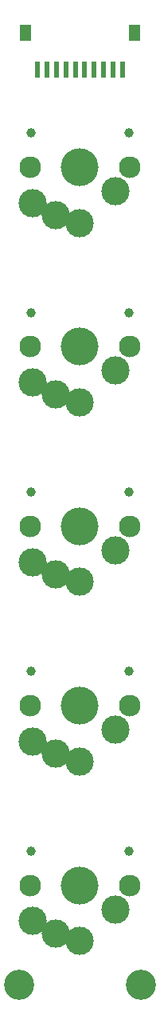
<source format=gts>
G04 #@! TF.GenerationSoftware,KiCad,Pcbnew,7.0.8*
G04 #@! TF.CreationDate,2023-10-21T22:23:38-07:00*
G04 #@! TF.ProjectId,Seismos_5-Key,53656973-6d6f-4735-9f35-2d4b65792e6b,rev?*
G04 #@! TF.SameCoordinates,Original*
G04 #@! TF.FileFunction,Soldermask,Top*
G04 #@! TF.FilePolarity,Negative*
%FSLAX46Y46*%
G04 Gerber Fmt 4.6, Leading zero omitted, Abs format (unit mm)*
G04 Created by KiCad (PCBNEW 7.0.8) date 2023-10-21 22:23:38*
%MOMM*%
%LPD*%
G01*
G04 APERTURE LIST*
%ADD10C,2.300000*%
%ADD11C,1.000000*%
%ADD12C,3.000000*%
%ADD13C,4.000000*%
%ADD14R,0.600000X1.700000*%
%ADD15R,1.200000X1.800000*%
%ADD16C,3.200000*%
G04 APERTURE END LIST*
D10*
X41700000Y-60000000D03*
D11*
X41780000Y-56384200D03*
D12*
X42000000Y-63800000D03*
X44460000Y-65080000D03*
D13*
X47000000Y-60000000D03*
D12*
X47000000Y-65900000D03*
X50810000Y-62540000D03*
D11*
X52220000Y-56384200D03*
D10*
X52300000Y-60000000D03*
X41700000Y-41000000D03*
D11*
X41780000Y-37384200D03*
D12*
X42000000Y-44800000D03*
X44460000Y-46080000D03*
D13*
X47000000Y-41000000D03*
D12*
X47000000Y-46900000D03*
X50810000Y-43540000D03*
D11*
X52220000Y-37384200D03*
D10*
X52300000Y-41000000D03*
X41700000Y-79000000D03*
D11*
X41780000Y-75384200D03*
D12*
X42000000Y-82800000D03*
X44460000Y-84080000D03*
D13*
X47000000Y-79000000D03*
D12*
X47000000Y-84900000D03*
X50810000Y-81540000D03*
D11*
X52220000Y-75384200D03*
D10*
X52300000Y-79000000D03*
X41700000Y-98000000D03*
D11*
X41780000Y-94384200D03*
D12*
X42000000Y-101800000D03*
X44460000Y-103080000D03*
D13*
X47000000Y-98000000D03*
D12*
X47000000Y-103900000D03*
X50810000Y-100540000D03*
D11*
X52220000Y-94384200D03*
D10*
X52300000Y-98000000D03*
D14*
X51500000Y-30686000D03*
X50500000Y-30686000D03*
X49500000Y-30685000D03*
X48500000Y-30685000D03*
X47500000Y-30685000D03*
X46500000Y-30685000D03*
X45500000Y-30685000D03*
X44500000Y-30685000D03*
X43500000Y-30685000D03*
X42500000Y-30685000D03*
D15*
X52800000Y-26810000D03*
X41200000Y-26810000D03*
D16*
X53500000Y-127500000D03*
X40500000Y-127500000D03*
D10*
X41700000Y-117000000D03*
D11*
X41780000Y-113384200D03*
D12*
X42000000Y-120800000D03*
X44460000Y-122080000D03*
D13*
X47000000Y-117000000D03*
D12*
X47000000Y-122900000D03*
X50810000Y-119540000D03*
D11*
X52220000Y-113384200D03*
D10*
X52300000Y-117000000D03*
M02*

</source>
